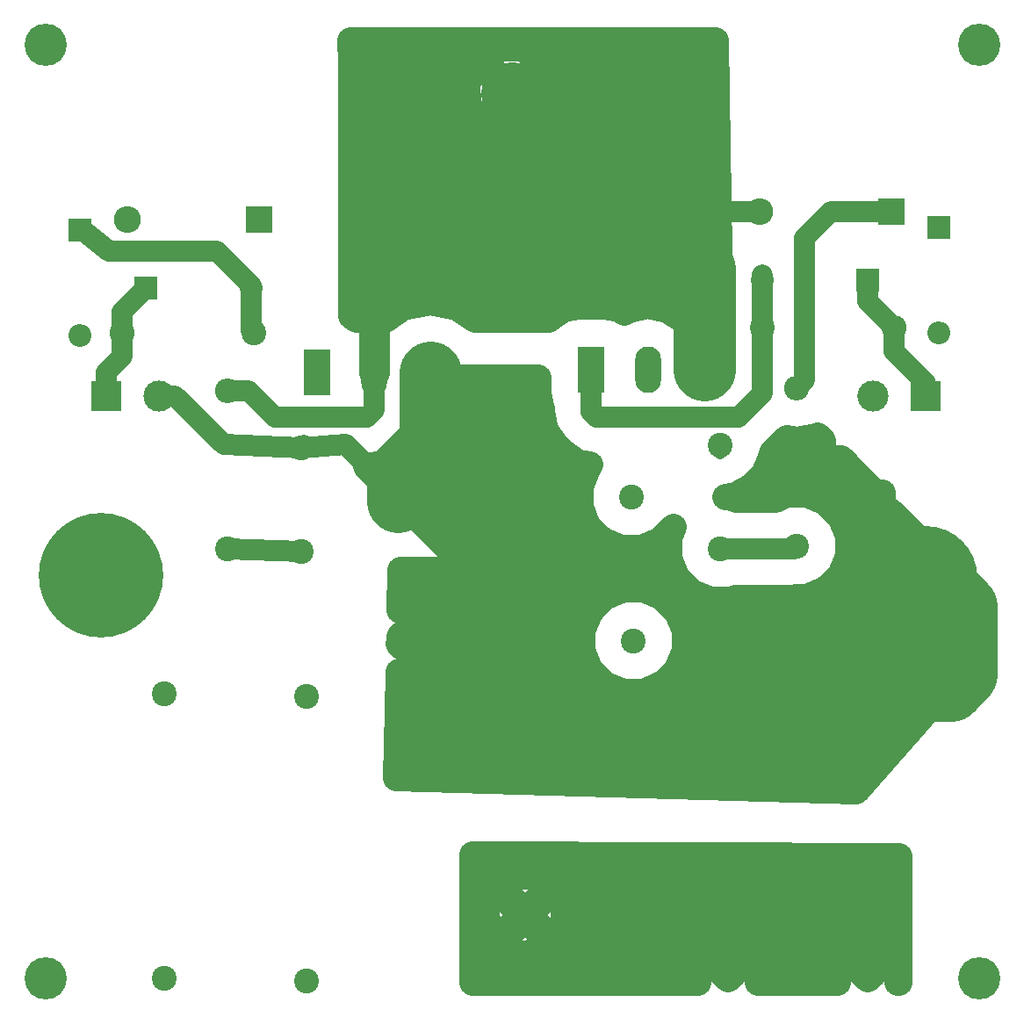
<source format=gbr>
G04 #@! TF.FileFunction,Copper,L1,Top,Signal*
%FSLAX46Y46*%
G04 Gerber Fmt 4.6, Leading zero omitted, Abs format (unit mm)*
G04 Created by KiCad (PCBNEW 4.0.7) date 07/12/19 11:54:22*
%MOMM*%
%LPD*%
G01*
G04 APERTURE LIST*
%ADD10C,0.100000*%
%ADD11R,3.000000X3.000000*%
%ADD12C,3.000000*%
%ADD13C,2.400000*%
%ADD14C,5.100000*%
%ADD15C,3.900000*%
%ADD16C,10.000000*%
%ADD17C,12.000000*%
%ADD18R,2.500000X4.500000*%
%ADD19O,2.500000X4.500000*%
%ADD20O,2.400000X2.400000*%
%ADD21C,4.064000*%
%ADD22R,2.200000X2.200000*%
%ADD23O,2.200000X2.200000*%
%ADD24R,2.600000X2.600000*%
%ADD25O,2.600000X2.600000*%
%ADD26C,2.000000*%
%ADD27C,1.000000*%
%ADD28C,3.000000*%
%ADD29C,6.000000*%
%ADD30C,0.250000*%
%ADD31C,2.500000*%
G04 APERTURE END LIST*
D10*
D11*
X134874000Y-83820000D03*
D12*
X129794000Y-83820000D03*
D13*
X115062000Y-98552000D03*
X115062000Y-88552000D03*
X106496000Y-93544000D03*
X83996000Y-93544000D03*
X74676000Y-98806000D03*
X74676000Y-88806000D03*
D11*
X55880000Y-83820000D03*
D12*
X60960000Y-83820000D03*
D14*
X94996000Y-54610000D03*
D15*
X96266000Y-133858000D03*
D16*
X134874000Y-101346000D03*
D17*
X55372000Y-101092000D03*
D18*
X102616000Y-81280000D03*
D19*
X108066000Y-81280000D03*
X113516000Y-81280000D03*
D18*
X76200000Y-81534000D03*
D19*
X81650000Y-81534000D03*
X87100000Y-81534000D03*
D13*
X122428000Y-98298000D03*
D20*
X122428000Y-83058000D03*
D13*
X67564000Y-98552000D03*
D20*
X67564000Y-83312000D03*
D21*
X50000000Y-50000000D03*
X140000000Y-50000000D03*
X50000000Y-140000000D03*
X140000000Y-140000000D03*
D22*
X53340000Y-67818000D03*
D23*
X53340000Y-77978000D03*
D22*
X136144000Y-67564000D03*
D23*
X136144000Y-77724000D03*
D13*
X106680000Y-107442000D03*
X84180000Y-107442000D03*
D22*
X129286000Y-72644000D03*
D23*
X119126000Y-72644000D03*
D22*
X59690000Y-73406000D03*
D23*
X69850000Y-73406000D03*
D13*
X119126000Y-77216000D03*
D20*
X131826000Y-77216000D03*
D13*
X70104000Y-77724000D03*
D20*
X57404000Y-77724000D03*
D13*
X61468000Y-112522000D03*
X61468000Y-140022000D03*
X115824000Y-139700000D03*
X115824000Y-112200000D03*
X75184000Y-112776000D03*
X75184000Y-140276000D03*
X129286000Y-139700000D03*
X129286000Y-112200000D03*
D24*
X131572000Y-66040000D03*
D25*
X118872000Y-66040000D03*
D24*
X70612000Y-66802000D03*
D25*
X57912000Y-66802000D03*
D26*
X115062000Y-98552000D02*
X122182000Y-98544000D01*
X122182000Y-98544000D02*
X122428000Y-98298000D01*
D27*
X129794000Y-83820000D02*
X129286000Y-83820000D01*
X129794000Y-83820000D02*
X129794000Y-84074000D01*
X129794000Y-83820000D02*
X128778000Y-83820000D01*
D26*
X118872000Y-66040000D02*
X114046000Y-66040000D01*
X113516000Y-66570000D02*
X113516000Y-71606000D01*
X114046000Y-66040000D02*
X113516000Y-66570000D01*
X118872000Y-66040000D02*
X118872000Y-66250000D01*
D28*
X81650000Y-81534000D02*
X81650000Y-66156000D01*
X81650000Y-66156000D02*
X94996000Y-54842000D01*
X94996000Y-54842000D02*
X94996000Y-54610000D01*
D29*
X113516000Y-81280000D02*
X113516000Y-71606000D01*
X113516000Y-71606000D02*
X94996000Y-54610000D01*
D27*
X115062000Y-89450000D02*
X115062000Y-88552000D01*
D26*
X67564000Y-83312000D02*
X69596000Y-83312000D01*
X81650000Y-85228000D02*
X81650000Y-81534000D01*
X81026000Y-85852000D02*
X81650000Y-85228000D01*
X72136000Y-85852000D02*
X81026000Y-85852000D01*
X69596000Y-83312000D02*
X72136000Y-85852000D01*
X131572000Y-66040000D02*
X125730000Y-66040000D01*
X123190000Y-68580000D02*
X123190000Y-82296000D01*
X125730000Y-66040000D02*
X123190000Y-68580000D01*
X123190000Y-82296000D02*
X122428000Y-83058000D01*
D29*
X134874000Y-101346000D02*
X136042400Y-101346000D01*
X136042400Y-101346000D02*
X138785600Y-104089200D01*
X138785600Y-104089200D02*
X138785600Y-110693200D01*
X138785600Y-110693200D02*
X137278800Y-112200000D01*
X137278800Y-112200000D02*
X131030400Y-112200000D01*
X134874000Y-101346000D02*
X134874000Y-108356400D01*
X131030400Y-112200000D02*
X129286000Y-112200000D01*
X134874000Y-108356400D02*
X131030400Y-112200000D01*
X134874000Y-101346000D02*
X129184400Y-101346000D01*
X129184400Y-101346000D02*
X128727200Y-100888800D01*
X134874000Y-101346000D02*
X134874000Y-100787200D01*
X134874000Y-100787200D02*
X130403600Y-96316800D01*
X134874000Y-101346000D02*
X133400800Y-101346000D01*
X133400800Y-101346000D02*
X128219200Y-106527600D01*
D26*
X74676000Y-88806000D02*
X67208000Y-88544000D01*
X62484000Y-83820000D02*
X60960000Y-83820000D01*
X67208000Y-88544000D02*
X62484000Y-83820000D01*
X74676000Y-88806000D02*
X78996000Y-88544000D01*
X78996000Y-88544000D02*
X83996000Y-93544000D01*
X83996000Y-93544000D02*
X83240000Y-93544000D01*
X83240000Y-93544000D02*
X82804000Y-93980000D01*
X82804000Y-93980000D02*
X83996000Y-93980000D01*
D29*
X83996000Y-93544000D02*
X83996000Y-93980000D01*
X83996000Y-93980000D02*
X83996000Y-91264000D01*
X87100000Y-88160000D02*
X87100000Y-81534000D01*
X83996000Y-91264000D02*
X87100000Y-88160000D01*
D30*
X134874000Y-101346000D02*
X133448000Y-101346000D01*
D26*
X74896000Y-88586000D02*
X74676000Y-88806000D01*
D27*
X74676000Y-88146000D02*
X74676000Y-88806000D01*
D26*
X87320000Y-81754000D02*
X87100000Y-81534000D01*
X74676000Y-98806000D02*
X67572000Y-98544000D01*
X67572000Y-98544000D02*
X67564000Y-98552000D01*
X67572000Y-98544000D02*
X67564000Y-98552000D01*
X131826000Y-77216000D02*
X131826000Y-79502000D01*
X131826000Y-79502000D02*
X134874000Y-82550000D01*
X134874000Y-82550000D02*
X134874000Y-83820000D01*
X129286000Y-72644000D02*
X129286000Y-74676000D01*
X129286000Y-74676000D02*
X131826000Y-77216000D01*
D27*
X129540000Y-72898000D02*
X129286000Y-72644000D01*
X129540000Y-72898000D02*
X129286000Y-72644000D01*
X135128000Y-83566000D02*
X134874000Y-83820000D01*
D26*
X119126000Y-72136000D02*
X119126000Y-72644000D01*
X119126000Y-77216000D02*
X119126000Y-72644000D01*
X119126000Y-77216000D02*
X119126000Y-83566000D01*
X102616000Y-85344000D02*
X102616000Y-81280000D01*
X103124000Y-85852000D02*
X102616000Y-85344000D01*
X116840000Y-85852000D02*
X103124000Y-85852000D01*
X119126000Y-83566000D02*
X116840000Y-85852000D01*
D27*
X102362000Y-81534000D02*
X102616000Y-81280000D01*
X118872000Y-76962000D02*
X119126000Y-77216000D01*
D26*
X57404000Y-77724000D02*
X57404000Y-75692000D01*
X57404000Y-75692000D02*
X59690000Y-73406000D01*
X55880000Y-83820000D02*
X55880000Y-81534000D01*
X57404000Y-80010000D02*
X57404000Y-77724000D01*
X55880000Y-81534000D02*
X57404000Y-80010000D01*
X53340000Y-67818000D02*
X53594000Y-67818000D01*
X53594000Y-67818000D02*
X56134000Y-69850000D01*
X56134000Y-69850000D02*
X66548000Y-69850000D01*
X66548000Y-69850000D02*
X69850000Y-73152000D01*
X69850000Y-73152000D02*
X69850000Y-73406000D01*
X69850000Y-73406000D02*
X69850000Y-77470000D01*
X69850000Y-77470000D02*
X70104000Y-77724000D01*
D27*
X75692000Y-82042000D02*
X76200000Y-81534000D01*
D31*
G36*
X87350000Y-85090304D02*
X87815849Y-85455579D01*
X88020142Y-85408701D01*
X89050201Y-84837754D01*
X89783359Y-83916082D01*
X90108000Y-82784000D01*
X90108000Y-82034700D01*
X97542534Y-82034700D01*
X97542534Y-83530000D01*
X97804018Y-84919667D01*
X97866000Y-85015990D01*
X97866000Y-85344000D01*
X98227572Y-87161747D01*
X99257243Y-88702757D01*
X99765242Y-89210757D01*
X100662842Y-89810514D01*
X101306254Y-90240428D01*
X102550867Y-90487997D01*
X102302041Y-90736389D01*
X101546861Y-92555065D01*
X101545143Y-94524296D01*
X102297148Y-96344287D01*
X103688389Y-97737959D01*
X105507065Y-98493139D01*
X107476296Y-98494857D01*
X109296287Y-97742852D01*
X110563469Y-96477881D01*
X110112861Y-97563065D01*
X110111143Y-99532296D01*
X110863148Y-101352287D01*
X112254389Y-102745959D01*
X114073065Y-103501139D01*
X116042296Y-103502857D01*
X116532398Y-103300351D01*
X122187337Y-103293997D01*
X122417267Y-103247992D01*
X123408296Y-103248857D01*
X125228287Y-102496852D01*
X126621959Y-101105611D01*
X127377139Y-99286935D01*
X127378857Y-97317704D01*
X126626852Y-95497713D01*
X125235611Y-94104041D01*
X123416935Y-93348861D01*
X121447704Y-93347143D01*
X120361284Y-93796043D01*
X116526545Y-93800351D01*
X116050935Y-93602861D01*
X115552537Y-93602426D01*
X116688405Y-93376488D01*
X117239797Y-93008060D01*
X117862287Y-92750852D01*
X119255959Y-91359611D01*
X120011139Y-89540935D01*
X120011318Y-89336000D01*
X120198757Y-89210757D01*
X121490932Y-87918582D01*
X122428000Y-88104976D01*
X124322283Y-87728180D01*
X124446988Y-87644854D01*
X124988000Y-88185866D01*
X124988000Y-88646000D01*
X125073486Y-89100322D01*
X125341990Y-89517589D01*
X125751680Y-89797518D01*
X126238000Y-89896000D01*
X126698134Y-89896000D01*
X129646717Y-92844583D01*
X130060234Y-93118826D01*
X130547868Y-93210581D01*
X130703000Y-93161741D01*
X130703000Y-96075500D01*
X130725177Y-96185015D01*
X130492730Y-96611177D01*
X132753630Y-98872077D01*
X132719958Y-99545511D01*
X130139177Y-96964730D01*
X129156276Y-97500847D01*
X128120036Y-99981620D01*
X128112025Y-102670108D01*
X129133463Y-105157012D01*
X129156276Y-105191153D01*
X130139177Y-105727270D01*
X132530433Y-103336014D01*
X132493217Y-104080336D01*
X130492730Y-106080823D01*
X131028847Y-107063724D01*
X133509620Y-108099964D01*
X135283232Y-108105249D01*
X139424450Y-109173110D01*
X128200965Y-121937073D01*
X83802228Y-120717328D01*
X83948909Y-114190006D01*
X114187548Y-114190006D01*
X114259623Y-114778505D01*
X115365455Y-115180889D01*
X116541097Y-115129460D01*
X117388377Y-114778505D01*
X117460452Y-114190006D01*
X127649548Y-114190006D01*
X127721623Y-114778505D01*
X128827455Y-115180889D01*
X130003097Y-115129460D01*
X130850377Y-114778505D01*
X130922452Y-114190006D01*
X129286000Y-112553553D01*
X127649548Y-114190006D01*
X117460452Y-114190006D01*
X115824000Y-112553553D01*
X114187548Y-114190006D01*
X83948909Y-114190006D01*
X84033871Y-110409222D01*
X84897097Y-110371460D01*
X85744377Y-110020505D01*
X85816452Y-109432006D01*
X84180000Y-107795553D01*
X84165858Y-107809696D01*
X84093904Y-107737742D01*
X84100549Y-107442000D01*
X84533553Y-107442000D01*
X86170006Y-109078452D01*
X86758505Y-109006377D01*
X86971037Y-108422296D01*
X101729143Y-108422296D01*
X102481148Y-110242287D01*
X103872389Y-111635959D01*
X105691065Y-112391139D01*
X107660296Y-112392857D01*
X109236809Y-111741455D01*
X112843111Y-111741455D01*
X112894540Y-112917097D01*
X113245495Y-113764377D01*
X113833994Y-113836452D01*
X115470447Y-112200000D01*
X116177553Y-112200000D01*
X117814006Y-113836452D01*
X118402505Y-113764377D01*
X118804889Y-112658545D01*
X118764771Y-111741455D01*
X126305111Y-111741455D01*
X126356540Y-112917097D01*
X126707495Y-113764377D01*
X127295994Y-113836452D01*
X128932447Y-112200000D01*
X129639553Y-112200000D01*
X131276006Y-113836452D01*
X131864505Y-113764377D01*
X132266889Y-112658545D01*
X132215460Y-111482903D01*
X131864505Y-110635623D01*
X131276006Y-110563548D01*
X129639553Y-112200000D01*
X128932447Y-112200000D01*
X127295994Y-110563548D01*
X126707495Y-110635623D01*
X126305111Y-111741455D01*
X118764771Y-111741455D01*
X118753460Y-111482903D01*
X118402505Y-110635623D01*
X117814006Y-110563548D01*
X116177553Y-112200000D01*
X115470447Y-112200000D01*
X113833994Y-110563548D01*
X113245495Y-110635623D01*
X112843111Y-111741455D01*
X109236809Y-111741455D01*
X109480287Y-111640852D01*
X110873959Y-110249611D01*
X110890409Y-110209994D01*
X114187548Y-110209994D01*
X115824000Y-111846447D01*
X117460452Y-110209994D01*
X127649548Y-110209994D01*
X129286000Y-111846447D01*
X130922452Y-110209994D01*
X130850377Y-109621495D01*
X129744545Y-109219111D01*
X128568903Y-109270540D01*
X127721623Y-109621495D01*
X127649548Y-110209994D01*
X117460452Y-110209994D01*
X117388377Y-109621495D01*
X116282545Y-109219111D01*
X115106903Y-109270540D01*
X114259623Y-109621495D01*
X114187548Y-110209994D01*
X110890409Y-110209994D01*
X111629139Y-108430935D01*
X111630857Y-106461704D01*
X110878852Y-104641713D01*
X109487611Y-103248041D01*
X107668935Y-102492861D01*
X105699704Y-102491143D01*
X103879713Y-103243148D01*
X102486041Y-104634389D01*
X101730861Y-106453065D01*
X101729143Y-108422296D01*
X86971037Y-108422296D01*
X87160889Y-107900545D01*
X87109460Y-106724903D01*
X86758505Y-105877623D01*
X86170006Y-105805548D01*
X84533553Y-107442000D01*
X84100549Y-107442000D01*
X84107501Y-107132661D01*
X84165858Y-107074305D01*
X84180000Y-107088447D01*
X85816452Y-105451994D01*
X85744377Y-104863495D01*
X84638545Y-104461111D01*
X84167072Y-104481736D01*
X84254826Y-100576700D01*
X87858600Y-100576700D01*
X88344920Y-100478218D01*
X88754610Y-100198289D01*
X89023114Y-99781022D01*
X89108123Y-99292167D01*
X88996243Y-98808753D01*
X88742483Y-98442817D01*
X83843666Y-93544000D01*
X84349553Y-93544000D01*
X85986006Y-95180452D01*
X86574505Y-95108377D01*
X86976889Y-94002545D01*
X86925460Y-92826903D01*
X86574505Y-91979623D01*
X85986006Y-91907548D01*
X84349553Y-93544000D01*
X83843666Y-93544000D01*
X81853660Y-91553994D01*
X82359548Y-91553994D01*
X83996000Y-93190447D01*
X85632452Y-91553994D01*
X85560377Y-90965495D01*
X84454545Y-90563111D01*
X83278903Y-90614540D01*
X82431623Y-90965495D01*
X82359548Y-91553994D01*
X81853660Y-91553994D01*
X80901666Y-90602000D01*
X81026000Y-90602000D01*
X82843747Y-90240428D01*
X84384757Y-89210757D01*
X85008757Y-88586757D01*
X86038428Y-87045747D01*
X86356016Y-85449123D01*
X86384151Y-85455579D01*
X86850000Y-85090304D01*
X86850000Y-82034700D01*
X87350000Y-82034700D01*
X87350000Y-85090304D01*
X87350000Y-85090304D01*
G37*
X87350000Y-85090304D02*
X87815849Y-85455579D01*
X88020142Y-85408701D01*
X89050201Y-84837754D01*
X89783359Y-83916082D01*
X90108000Y-82784000D01*
X90108000Y-82034700D01*
X97542534Y-82034700D01*
X97542534Y-83530000D01*
X97804018Y-84919667D01*
X97866000Y-85015990D01*
X97866000Y-85344000D01*
X98227572Y-87161747D01*
X99257243Y-88702757D01*
X99765242Y-89210757D01*
X100662842Y-89810514D01*
X101306254Y-90240428D01*
X102550867Y-90487997D01*
X102302041Y-90736389D01*
X101546861Y-92555065D01*
X101545143Y-94524296D01*
X102297148Y-96344287D01*
X103688389Y-97737959D01*
X105507065Y-98493139D01*
X107476296Y-98494857D01*
X109296287Y-97742852D01*
X110563469Y-96477881D01*
X110112861Y-97563065D01*
X110111143Y-99532296D01*
X110863148Y-101352287D01*
X112254389Y-102745959D01*
X114073065Y-103501139D01*
X116042296Y-103502857D01*
X116532398Y-103300351D01*
X122187337Y-103293997D01*
X122417267Y-103247992D01*
X123408296Y-103248857D01*
X125228287Y-102496852D01*
X126621959Y-101105611D01*
X127377139Y-99286935D01*
X127378857Y-97317704D01*
X126626852Y-95497713D01*
X125235611Y-94104041D01*
X123416935Y-93348861D01*
X121447704Y-93347143D01*
X120361284Y-93796043D01*
X116526545Y-93800351D01*
X116050935Y-93602861D01*
X115552537Y-93602426D01*
X116688405Y-93376488D01*
X117239797Y-93008060D01*
X117862287Y-92750852D01*
X119255959Y-91359611D01*
X120011139Y-89540935D01*
X120011318Y-89336000D01*
X120198757Y-89210757D01*
X121490932Y-87918582D01*
X122428000Y-88104976D01*
X124322283Y-87728180D01*
X124446988Y-87644854D01*
X124988000Y-88185866D01*
X124988000Y-88646000D01*
X125073486Y-89100322D01*
X125341990Y-89517589D01*
X125751680Y-89797518D01*
X126238000Y-89896000D01*
X126698134Y-89896000D01*
X129646717Y-92844583D01*
X130060234Y-93118826D01*
X130547868Y-93210581D01*
X130703000Y-93161741D01*
X130703000Y-96075500D01*
X130725177Y-96185015D01*
X130492730Y-96611177D01*
X132753630Y-98872077D01*
X132719958Y-99545511D01*
X130139177Y-96964730D01*
X129156276Y-97500847D01*
X128120036Y-99981620D01*
X128112025Y-102670108D01*
X129133463Y-105157012D01*
X129156276Y-105191153D01*
X130139177Y-105727270D01*
X132530433Y-103336014D01*
X132493217Y-104080336D01*
X130492730Y-106080823D01*
X131028847Y-107063724D01*
X133509620Y-108099964D01*
X135283232Y-108105249D01*
X139424450Y-109173110D01*
X128200965Y-121937073D01*
X83802228Y-120717328D01*
X83948909Y-114190006D01*
X114187548Y-114190006D01*
X114259623Y-114778505D01*
X115365455Y-115180889D01*
X116541097Y-115129460D01*
X117388377Y-114778505D01*
X117460452Y-114190006D01*
X127649548Y-114190006D01*
X127721623Y-114778505D01*
X128827455Y-115180889D01*
X130003097Y-115129460D01*
X130850377Y-114778505D01*
X130922452Y-114190006D01*
X129286000Y-112553553D01*
X127649548Y-114190006D01*
X117460452Y-114190006D01*
X115824000Y-112553553D01*
X114187548Y-114190006D01*
X83948909Y-114190006D01*
X84033871Y-110409222D01*
X84897097Y-110371460D01*
X85744377Y-110020505D01*
X85816452Y-109432006D01*
X84180000Y-107795553D01*
X84165858Y-107809696D01*
X84093904Y-107737742D01*
X84100549Y-107442000D01*
X84533553Y-107442000D01*
X86170006Y-109078452D01*
X86758505Y-109006377D01*
X86971037Y-108422296D01*
X101729143Y-108422296D01*
X102481148Y-110242287D01*
X103872389Y-111635959D01*
X105691065Y-112391139D01*
X107660296Y-112392857D01*
X109236809Y-111741455D01*
X112843111Y-111741455D01*
X112894540Y-112917097D01*
X113245495Y-113764377D01*
X113833994Y-113836452D01*
X115470447Y-112200000D01*
X116177553Y-112200000D01*
X117814006Y-113836452D01*
X118402505Y-113764377D01*
X118804889Y-112658545D01*
X118764771Y-111741455D01*
X126305111Y-111741455D01*
X126356540Y-112917097D01*
X126707495Y-113764377D01*
X127295994Y-113836452D01*
X128932447Y-112200000D01*
X129639553Y-112200000D01*
X131276006Y-113836452D01*
X131864505Y-113764377D01*
X132266889Y-112658545D01*
X132215460Y-111482903D01*
X131864505Y-110635623D01*
X131276006Y-110563548D01*
X129639553Y-112200000D01*
X128932447Y-112200000D01*
X127295994Y-110563548D01*
X126707495Y-110635623D01*
X126305111Y-111741455D01*
X118764771Y-111741455D01*
X118753460Y-111482903D01*
X118402505Y-110635623D01*
X117814006Y-110563548D01*
X116177553Y-112200000D01*
X115470447Y-112200000D01*
X113833994Y-110563548D01*
X113245495Y-110635623D01*
X112843111Y-111741455D01*
X109236809Y-111741455D01*
X109480287Y-111640852D01*
X110873959Y-110249611D01*
X110890409Y-110209994D01*
X114187548Y-110209994D01*
X115824000Y-111846447D01*
X117460452Y-110209994D01*
X127649548Y-110209994D01*
X129286000Y-111846447D01*
X130922452Y-110209994D01*
X130850377Y-109621495D01*
X129744545Y-109219111D01*
X128568903Y-109270540D01*
X127721623Y-109621495D01*
X127649548Y-110209994D01*
X117460452Y-110209994D01*
X117388377Y-109621495D01*
X116282545Y-109219111D01*
X115106903Y-109270540D01*
X114259623Y-109621495D01*
X114187548Y-110209994D01*
X110890409Y-110209994D01*
X111629139Y-108430935D01*
X111630857Y-106461704D01*
X110878852Y-104641713D01*
X109487611Y-103248041D01*
X107668935Y-102492861D01*
X105699704Y-102491143D01*
X103879713Y-103243148D01*
X102486041Y-104634389D01*
X101730861Y-106453065D01*
X101729143Y-108422296D01*
X86971037Y-108422296D01*
X87160889Y-107900545D01*
X87109460Y-106724903D01*
X86758505Y-105877623D01*
X86170006Y-105805548D01*
X84533553Y-107442000D01*
X84100549Y-107442000D01*
X84107501Y-107132661D01*
X84165858Y-107074305D01*
X84180000Y-107088447D01*
X85816452Y-105451994D01*
X85744377Y-104863495D01*
X84638545Y-104461111D01*
X84167072Y-104481736D01*
X84254826Y-100576700D01*
X87858600Y-100576700D01*
X88344920Y-100478218D01*
X88754610Y-100198289D01*
X89023114Y-99781022D01*
X89108123Y-99292167D01*
X88996243Y-98808753D01*
X88742483Y-98442817D01*
X83843666Y-93544000D01*
X84349553Y-93544000D01*
X85986006Y-95180452D01*
X86574505Y-95108377D01*
X86976889Y-94002545D01*
X86925460Y-92826903D01*
X86574505Y-91979623D01*
X85986006Y-91907548D01*
X84349553Y-93544000D01*
X83843666Y-93544000D01*
X81853660Y-91553994D01*
X82359548Y-91553994D01*
X83996000Y-93190447D01*
X85632452Y-91553994D01*
X85560377Y-90965495D01*
X84454545Y-90563111D01*
X83278903Y-90614540D01*
X82431623Y-90965495D01*
X82359548Y-91553994D01*
X81853660Y-91553994D01*
X80901666Y-90602000D01*
X81026000Y-90602000D01*
X82843747Y-90240428D01*
X84384757Y-89210757D01*
X85008757Y-88586757D01*
X86038428Y-87045747D01*
X86356016Y-85449123D01*
X86384151Y-85455579D01*
X86850000Y-85090304D01*
X86850000Y-82034700D01*
X87350000Y-82034700D01*
X87350000Y-85090304D01*
G36*
X132354000Y-128242754D02*
X132354000Y-140447000D01*
X132161928Y-140447000D01*
X132266889Y-140158545D01*
X132215460Y-138982903D01*
X131864505Y-138135623D01*
X131276006Y-138063548D01*
X129639553Y-139700000D01*
X129653696Y-139714143D01*
X129300143Y-140067696D01*
X129286000Y-140053553D01*
X129271858Y-140067696D01*
X128918305Y-139714143D01*
X128932447Y-139700000D01*
X127295994Y-138063548D01*
X126707495Y-138135623D01*
X126305111Y-139241455D01*
X126356540Y-140417097D01*
X126368926Y-140447000D01*
X118699928Y-140447000D01*
X118804889Y-140158545D01*
X118753460Y-138982903D01*
X118402505Y-138135623D01*
X117814006Y-138063548D01*
X116177553Y-139700000D01*
X116191696Y-139714143D01*
X115838143Y-140067696D01*
X115824000Y-140053553D01*
X115809858Y-140067696D01*
X115456305Y-139714143D01*
X115470447Y-139700000D01*
X113833994Y-138063548D01*
X113245495Y-138135623D01*
X112843111Y-139241455D01*
X112894540Y-140417097D01*
X112906926Y-140447000D01*
X91166000Y-140447000D01*
X91166000Y-137709994D01*
X114187548Y-137709994D01*
X115824000Y-139346447D01*
X117460452Y-137709994D01*
X127649548Y-137709994D01*
X129286000Y-139346447D01*
X130922452Y-137709994D01*
X130850377Y-137121495D01*
X129744545Y-136719111D01*
X128568903Y-136770540D01*
X127721623Y-137121495D01*
X127649548Y-137709994D01*
X117460452Y-137709994D01*
X117388377Y-137121495D01*
X116282545Y-136719111D01*
X115106903Y-136770540D01*
X114259623Y-137121495D01*
X114187548Y-137709994D01*
X91166000Y-137709994D01*
X91166000Y-136390700D01*
X94086854Y-136390700D01*
X94250912Y-137056857D01*
X95628451Y-137584499D01*
X97103051Y-137544816D01*
X98281088Y-137056857D01*
X98445146Y-136390700D01*
X96266000Y-134211553D01*
X94086854Y-136390700D01*
X91166000Y-136390700D01*
X91166000Y-133220451D01*
X92539501Y-133220451D01*
X92579184Y-134695051D01*
X93067143Y-135873088D01*
X93733300Y-136037146D01*
X95912447Y-133858000D01*
X96619553Y-133858000D01*
X98798700Y-136037146D01*
X99464857Y-135873088D01*
X99992499Y-134495549D01*
X99952816Y-133020949D01*
X99464857Y-131842912D01*
X98798700Y-131678854D01*
X96619553Y-133858000D01*
X95912447Y-133858000D01*
X93733300Y-131678854D01*
X93067143Y-131842912D01*
X92539501Y-133220451D01*
X91166000Y-133220451D01*
X91166000Y-131325300D01*
X94086854Y-131325300D01*
X96266000Y-133504447D01*
X98445146Y-131325300D01*
X98281088Y-130659143D01*
X96903549Y-130131501D01*
X95428949Y-130171184D01*
X94250912Y-130659143D01*
X94086854Y-131325300D01*
X91166000Y-131325300D01*
X91166000Y-128003289D01*
X132354000Y-128242754D01*
X132354000Y-128242754D01*
G37*
X132354000Y-128242754D02*
X132354000Y-140447000D01*
X132161928Y-140447000D01*
X132266889Y-140158545D01*
X132215460Y-138982903D01*
X131864505Y-138135623D01*
X131276006Y-138063548D01*
X129639553Y-139700000D01*
X129653696Y-139714143D01*
X129300143Y-140067696D01*
X129286000Y-140053553D01*
X129271858Y-140067696D01*
X128918305Y-139714143D01*
X128932447Y-139700000D01*
X127295994Y-138063548D01*
X126707495Y-138135623D01*
X126305111Y-139241455D01*
X126356540Y-140417097D01*
X126368926Y-140447000D01*
X118699928Y-140447000D01*
X118804889Y-140158545D01*
X118753460Y-138982903D01*
X118402505Y-138135623D01*
X117814006Y-138063548D01*
X116177553Y-139700000D01*
X116191696Y-139714143D01*
X115838143Y-140067696D01*
X115824000Y-140053553D01*
X115809858Y-140067696D01*
X115456305Y-139714143D01*
X115470447Y-139700000D01*
X113833994Y-138063548D01*
X113245495Y-138135623D01*
X112843111Y-139241455D01*
X112894540Y-140417097D01*
X112906926Y-140447000D01*
X91166000Y-140447000D01*
X91166000Y-137709994D01*
X114187548Y-137709994D01*
X115824000Y-139346447D01*
X117460452Y-137709994D01*
X127649548Y-137709994D01*
X129286000Y-139346447D01*
X130922452Y-137709994D01*
X130850377Y-137121495D01*
X129744545Y-136719111D01*
X128568903Y-136770540D01*
X127721623Y-137121495D01*
X127649548Y-137709994D01*
X117460452Y-137709994D01*
X117388377Y-137121495D01*
X116282545Y-136719111D01*
X115106903Y-136770540D01*
X114259623Y-137121495D01*
X114187548Y-137709994D01*
X91166000Y-137709994D01*
X91166000Y-136390700D01*
X94086854Y-136390700D01*
X94250912Y-137056857D01*
X95628451Y-137584499D01*
X97103051Y-137544816D01*
X98281088Y-137056857D01*
X98445146Y-136390700D01*
X96266000Y-134211553D01*
X94086854Y-136390700D01*
X91166000Y-136390700D01*
X91166000Y-133220451D01*
X92539501Y-133220451D01*
X92579184Y-134695051D01*
X93067143Y-135873088D01*
X93733300Y-136037146D01*
X95912447Y-133858000D01*
X96619553Y-133858000D01*
X98798700Y-136037146D01*
X99464857Y-135873088D01*
X99992499Y-134495549D01*
X99952816Y-133020949D01*
X99464857Y-131842912D01*
X98798700Y-131678854D01*
X96619553Y-133858000D01*
X95912447Y-133858000D01*
X93733300Y-131678854D01*
X93067143Y-131842912D01*
X92539501Y-133220451D01*
X91166000Y-133220451D01*
X91166000Y-131325300D01*
X94086854Y-131325300D01*
X96266000Y-133504447D01*
X98445146Y-131325300D01*
X98281088Y-130659143D01*
X96903549Y-130131501D01*
X95428949Y-130171184D01*
X94250912Y-130659143D01*
X94086854Y-131325300D01*
X91166000Y-131325300D01*
X91166000Y-128003289D01*
X132354000Y-128242754D01*
G36*
X114956098Y-69991207D02*
X114737572Y-70318254D01*
X114683969Y-70587737D01*
X114550167Y-70787985D01*
X114180983Y-72644000D01*
X114376000Y-73624418D01*
X114376000Y-75747485D01*
X114176861Y-76227065D01*
X114176646Y-76474000D01*
X111372675Y-76474000D01*
X109979417Y-75543055D01*
X108066000Y-75162453D01*
X106152583Y-75543055D01*
X105774711Y-75795541D01*
X105353542Y-75507769D01*
X103866000Y-75206534D01*
X101366000Y-75206534D01*
X99976333Y-75468018D01*
X98700009Y-76289310D01*
X98573816Y-76474000D01*
X91443402Y-76474000D01*
X89683113Y-75297813D01*
X87100000Y-74784000D01*
X84516887Y-75297813D01*
X82756598Y-76474000D01*
X79979926Y-76474000D01*
X79482000Y-76133781D01*
X79482000Y-57576302D01*
X92383251Y-57576302D01*
X92620652Y-58304711D01*
X94215370Y-58932474D01*
X95928931Y-58902180D01*
X97371348Y-58304711D01*
X97608749Y-57576302D01*
X94996000Y-54963553D01*
X92383251Y-57576302D01*
X79482000Y-57576302D01*
X79482000Y-53829370D01*
X90673526Y-53829370D01*
X90703820Y-55542931D01*
X91301289Y-56985348D01*
X92029698Y-57222749D01*
X94642447Y-54610000D01*
X95349553Y-54610000D01*
X97962302Y-57222749D01*
X98690711Y-56985348D01*
X99318474Y-55390630D01*
X99288180Y-53677069D01*
X98690711Y-52234652D01*
X97962302Y-51997251D01*
X95349553Y-54610000D01*
X94642447Y-54610000D01*
X92029698Y-51997251D01*
X91301289Y-52234652D01*
X90673526Y-53829370D01*
X79482000Y-53829370D01*
X79482000Y-52324000D01*
X79480820Y-52269703D01*
X79453603Y-51643698D01*
X92383251Y-51643698D01*
X94996000Y-54256447D01*
X97608749Y-51643698D01*
X97371348Y-50915289D01*
X95776630Y-50287526D01*
X94063069Y-50317820D01*
X92620652Y-50915289D01*
X92383251Y-51643698D01*
X79453603Y-51643698D01*
X79362355Y-49545000D01*
X114623640Y-49545000D01*
X114956098Y-69991207D01*
X114956098Y-69991207D01*
G37*
X114956098Y-69991207D02*
X114737572Y-70318254D01*
X114683969Y-70587737D01*
X114550167Y-70787985D01*
X114180983Y-72644000D01*
X114376000Y-73624418D01*
X114376000Y-75747485D01*
X114176861Y-76227065D01*
X114176646Y-76474000D01*
X111372675Y-76474000D01*
X109979417Y-75543055D01*
X108066000Y-75162453D01*
X106152583Y-75543055D01*
X105774711Y-75795541D01*
X105353542Y-75507769D01*
X103866000Y-75206534D01*
X101366000Y-75206534D01*
X99976333Y-75468018D01*
X98700009Y-76289310D01*
X98573816Y-76474000D01*
X91443402Y-76474000D01*
X89683113Y-75297813D01*
X87100000Y-74784000D01*
X84516887Y-75297813D01*
X82756598Y-76474000D01*
X79979926Y-76474000D01*
X79482000Y-76133781D01*
X79482000Y-57576302D01*
X92383251Y-57576302D01*
X92620652Y-58304711D01*
X94215370Y-58932474D01*
X95928931Y-58902180D01*
X97371348Y-58304711D01*
X97608749Y-57576302D01*
X94996000Y-54963553D01*
X92383251Y-57576302D01*
X79482000Y-57576302D01*
X79482000Y-53829370D01*
X90673526Y-53829370D01*
X90703820Y-55542931D01*
X91301289Y-56985348D01*
X92029698Y-57222749D01*
X94642447Y-54610000D01*
X95349553Y-54610000D01*
X97962302Y-57222749D01*
X98690711Y-56985348D01*
X99318474Y-55390630D01*
X99288180Y-53677069D01*
X98690711Y-52234652D01*
X97962302Y-51997251D01*
X95349553Y-54610000D01*
X94642447Y-54610000D01*
X92029698Y-51997251D01*
X91301289Y-52234652D01*
X90673526Y-53829370D01*
X79482000Y-53829370D01*
X79482000Y-52324000D01*
X79480820Y-52269703D01*
X79453603Y-51643698D01*
X92383251Y-51643698D01*
X94996000Y-54256447D01*
X97608749Y-51643698D01*
X97371348Y-50915289D01*
X95776630Y-50287526D01*
X94063069Y-50317820D01*
X92620652Y-50915289D01*
X92383251Y-51643698D01*
X79453603Y-51643698D01*
X79362355Y-49545000D01*
X114623640Y-49545000D01*
X114956098Y-69991207D01*
M02*

</source>
